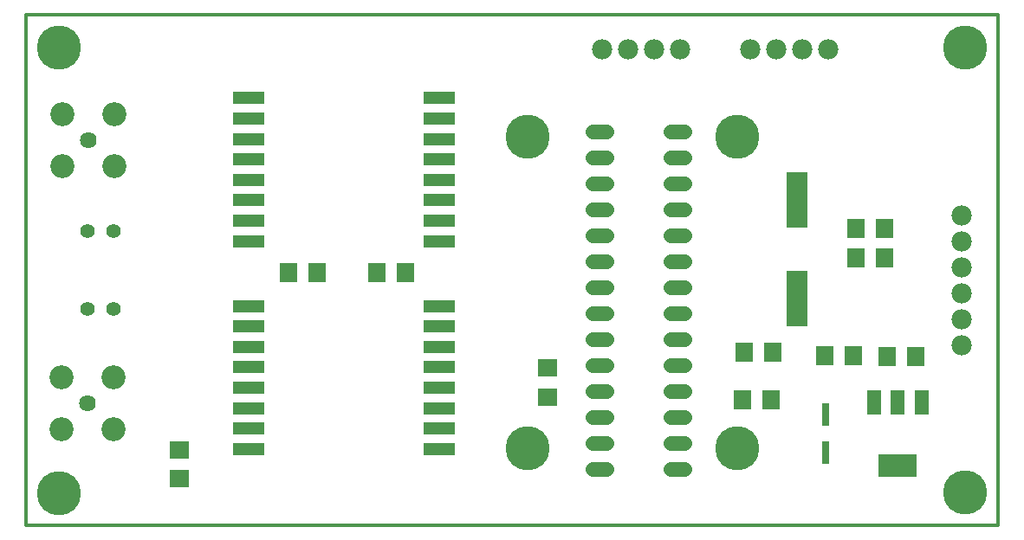
<source format=gts>
G75*
%MOIN*%
%OFA0B0*%
%FSLAX24Y24*%
%IPPOS*%
%LPD*%
%AMOC8*
5,1,8,0,0,1.08239X$1,22.5*
%
%ADD10C,0.0120*%
%ADD11C,0.0560*%
%ADD12R,0.1221X0.0512*%
%ADD13R,0.0520X0.0920*%
%ADD14R,0.1457X0.0906*%
%ADD15R,0.0670X0.0749*%
%ADD16R,0.0800X0.2140*%
%ADD17C,0.0640*%
%ADD18C,0.0926*%
%ADD19C,0.0780*%
%ADD20R,0.0296X0.0906*%
%ADD21R,0.0749X0.0670*%
%ADD22C,0.1700*%
%ADD23C,0.0555*%
D10*
X000160Y000160D02*
X037562Y000160D01*
X037562Y019845D01*
X000160Y019845D01*
X000160Y000160D01*
D11*
X021960Y002349D02*
X022480Y002349D01*
X022480Y003349D02*
X021960Y003349D01*
X021960Y004349D02*
X022480Y004349D01*
X022480Y005349D02*
X021960Y005349D01*
X021960Y006349D02*
X022480Y006349D01*
X022480Y007349D02*
X021960Y007349D01*
X021960Y008349D02*
X022480Y008349D01*
X022480Y009349D02*
X021960Y009349D01*
X021960Y010349D02*
X022480Y010349D01*
X022480Y011349D02*
X021960Y011349D01*
X021960Y012349D02*
X022480Y012349D01*
X022480Y013349D02*
X021960Y013349D01*
X021960Y014349D02*
X022480Y014349D01*
X022480Y015349D02*
X021960Y015349D01*
X024960Y015349D02*
X025480Y015349D01*
X025480Y014349D02*
X024960Y014349D01*
X024960Y013349D02*
X025480Y013349D01*
X025480Y012349D02*
X024960Y012349D01*
X024960Y011349D02*
X025480Y011349D01*
X025480Y010349D02*
X024960Y010349D01*
X024960Y009349D02*
X025480Y009349D01*
X025480Y008349D02*
X024960Y008349D01*
X024960Y007349D02*
X025480Y007349D01*
X025480Y006349D02*
X024960Y006349D01*
X024960Y005349D02*
X025480Y005349D01*
X025480Y004349D02*
X024960Y004349D01*
X024960Y003349D02*
X025480Y003349D01*
X025480Y002349D02*
X024960Y002349D01*
D12*
X016076Y003106D03*
X016076Y003893D03*
X016076Y004681D03*
X016076Y005468D03*
X016076Y006256D03*
X016076Y007043D03*
X016076Y007830D03*
X016076Y008618D03*
X016075Y011114D03*
X016075Y011902D03*
X016075Y012689D03*
X016075Y013477D03*
X016075Y014264D03*
X016075Y015051D03*
X016075Y015839D03*
X016075Y016626D03*
X008713Y016626D03*
X008713Y015839D03*
X008713Y015051D03*
X008713Y014264D03*
X008713Y013477D03*
X008713Y012689D03*
X008713Y011902D03*
X008713Y011114D03*
X008714Y008618D03*
X008714Y007830D03*
X008714Y007043D03*
X008714Y006256D03*
X008714Y005468D03*
X008714Y004681D03*
X008714Y003893D03*
X008714Y003106D03*
D13*
X032793Y004916D03*
X033703Y004916D03*
X034613Y004916D03*
D14*
X033703Y002475D03*
D15*
X028837Y004994D03*
X027735Y004994D03*
X030893Y006697D03*
X031995Y006697D03*
X033296Y006664D03*
X034399Y006664D03*
X028884Y006849D03*
X027781Y006849D03*
X032088Y010481D03*
X033191Y010481D03*
X033188Y011591D03*
X032086Y011591D03*
X014766Y009914D03*
X013664Y009914D03*
X011361Y009891D03*
X010259Y009891D03*
D16*
X029844Y008901D03*
X029844Y012701D03*
D17*
X002557Y014993D03*
X002522Y004884D03*
D18*
X001522Y003884D03*
X003522Y003884D03*
X003522Y005884D03*
X001522Y005884D03*
X001557Y013993D03*
X003557Y013993D03*
X003557Y015993D03*
X001557Y015993D03*
D19*
X022322Y018520D03*
X023322Y018520D03*
X024322Y018520D03*
X025322Y018520D03*
X028013Y018515D03*
X029013Y018515D03*
X030013Y018515D03*
X031013Y018515D03*
X036156Y012117D03*
X036156Y011117D03*
X036156Y010117D03*
X036156Y009117D03*
X036156Y008117D03*
X036156Y007117D03*
D20*
X030916Y004442D03*
X030916Y002985D03*
D21*
X020239Y005121D03*
X020239Y006223D03*
X006066Y003073D03*
X006066Y001971D03*
D22*
X001439Y001420D03*
X019451Y003136D03*
X027519Y003136D03*
X036297Y001430D03*
X027519Y015141D03*
X019451Y015141D03*
X036297Y018580D03*
X001433Y018584D03*
D23*
X002522Y011503D03*
X003522Y011503D03*
X003522Y008503D03*
X002522Y008503D03*
M02*

</source>
